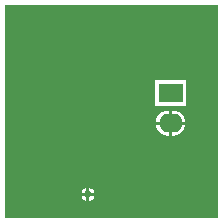
<source format=gbl>
G04*
G04 #@! TF.GenerationSoftware,Altium Limited,Altium Designer,24.1.2 (44)*
G04*
G04 Layer_Physical_Order=2*
G04 Layer_Color=16711680*
%FSLAX44Y44*%
%MOMM*%
G71*
G04*
G04 #@! TF.SameCoordinates,AFA97B25-1DD1-4B85-BE4B-D495E369A306*
G04*
G04*
G04 #@! TF.FilePolarity,Positive*
G04*
G01*
G75*
%ADD20R,2.0000X1.6000*%
%ADD21O,2.0000X1.6000*%
%ADD22C,0.6000*%
G36*
X190000Y10000D02*
X10000D01*
Y190000D01*
X190000D01*
Y10000D01*
D02*
G37*
%LPC*%
G36*
X163000Y126400D02*
X137000D01*
Y104400D01*
X163000D01*
Y126400D01*
D02*
G37*
G36*
X152000Y100631D02*
X151270D01*
Y91270D01*
X162464D01*
X162269Y92752D01*
X161207Y95316D01*
X159517Y97517D01*
X157316Y99207D01*
X154752Y100269D01*
X152000Y100631D01*
D02*
G37*
G36*
X148730D02*
X148000D01*
X145248Y100269D01*
X142684Y99207D01*
X140483Y97517D01*
X138793Y95316D01*
X137731Y92752D01*
X137536Y91270D01*
X148730D01*
Y100631D01*
D02*
G37*
G36*
X162464Y88730D02*
X151270D01*
Y79369D01*
X152000D01*
X154752Y79731D01*
X157316Y80793D01*
X159517Y82483D01*
X161207Y84684D01*
X162269Y87248D01*
X162464Y88730D01*
D02*
G37*
G36*
X148730D02*
X137536D01*
X137731Y87248D01*
X138793Y84684D01*
X140483Y82483D01*
X142684Y80793D01*
X145248Y79731D01*
X148000Y79369D01*
X148730D01*
Y88730D01*
D02*
G37*
G36*
X81270Y35470D02*
Y31270D01*
X85470D01*
X84697Y33138D01*
X83138Y34697D01*
X81270Y35470D01*
D02*
G37*
G36*
X78730D02*
X76862Y34697D01*
X75303Y33138D01*
X74530Y31270D01*
X78730D01*
Y35470D01*
D02*
G37*
G36*
X85470Y28730D02*
X81270D01*
Y24530D01*
X83138Y25303D01*
X84697Y26862D01*
X85470Y28730D01*
D02*
G37*
G36*
X78730D02*
X74530D01*
X75303Y26862D01*
X76862Y25303D01*
X78730Y24530D01*
Y28730D01*
D02*
G37*
%LPD*%
D20*
X150000Y115400D02*
D03*
D21*
Y90000D02*
D03*
D22*
X80000Y30000D02*
D03*
M02*

</source>
